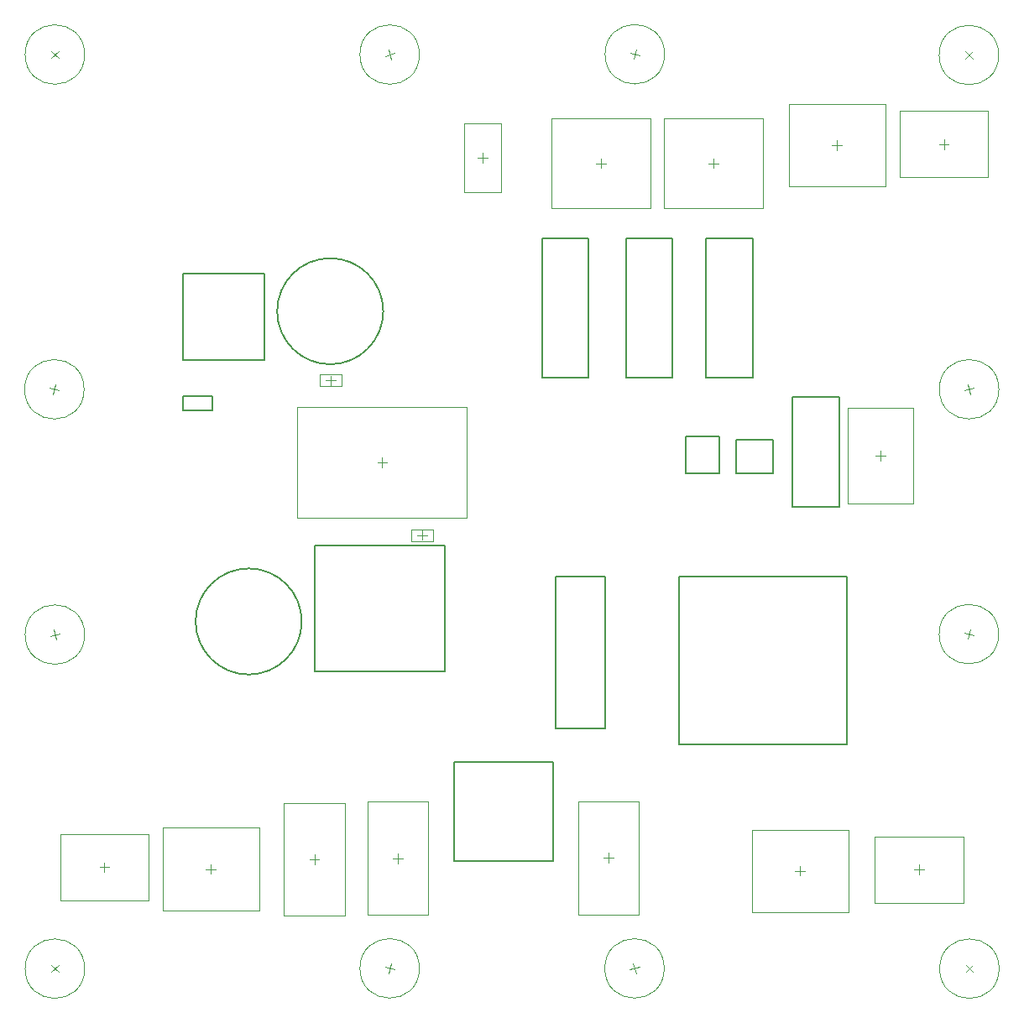
<source format=gbr>
G04*
G04 #@! TF.GenerationSoftware,Altium Limited,Altium Designer,25.5.2 (35)*
G04*
G04 Layer_Color=32768*
%FSLAX25Y25*%
%MOIN*%
G70*
G04*
G04 #@! TF.SameCoordinates,5858FFA7-226C-4CE8-8668-B70CF27CC624*
G04*
G04*
G04 #@! TF.FilePolarity,Positive*
G04*
G01*
G75*
%ADD15C,0.00787*%
%ADD114C,0.00394*%
%ADD116C,0.00197*%
D15*
X113287Y153248D02*
G03*
X71161Y153248I-21063J0D01*
G01*
D02*
G03*
X113287Y153248I21063J0D01*
G01*
X124606Y255413D02*
G03*
X124606Y297539I0J21063D01*
G01*
D02*
G03*
X124606Y255413I0J-21063D01*
G01*
X213976Y110827D02*
Y171063D01*
X233858D01*
Y110827D02*
Y171063D01*
X213976Y110827D02*
X233858D01*
X263189Y171063D02*
X329724D01*
Y104528D02*
Y171063D01*
X263189Y104528D02*
X329724D01*
X263189D02*
Y171063D01*
X208760Y250000D02*
Y305512D01*
X227264D01*
Y250000D02*
Y305512D01*
X208760Y250000D02*
X227264D01*
X273819D02*
Y305512D01*
X292323D01*
Y250000D02*
Y305512D01*
X273819Y250000D02*
X292323D01*
X242028D02*
Y305512D01*
X260532D01*
Y250000D02*
Y305512D01*
X242028Y250000D02*
X260532D01*
X308189Y242480D02*
X326890D01*
Y198780D02*
Y242480D01*
X308189Y198780D02*
X326890D01*
X308189D02*
Y242480D01*
X66027Y236992D02*
X77674D01*
X66027D02*
Y242733D01*
X77674D01*
Y236992D02*
Y242733D01*
X98327Y257185D02*
Y291437D01*
X66043Y257185D02*
X98327D01*
X66043D02*
Y291437D01*
X98327D01*
X118602Y133268D02*
Y183268D01*
Y133268D02*
X170177D01*
Y183268D01*
X118602D02*
X170177D01*
X285815Y212096D02*
Y225482D01*
Y212096D02*
X300406D01*
Y225482D01*
X285815D02*
X300406D01*
X265748Y212096D02*
X279134D01*
Y226687D01*
X265748D02*
X279134D01*
X265748Y212096D02*
Y226687D01*
X173957Y58012D02*
Y97303D01*
Y58012D02*
X213248D01*
Y97303D01*
X173957D02*
X213248D01*
D114*
X183071Y337402D02*
X187008D01*
X185039Y335433D02*
Y339370D01*
X232185Y333268D02*
Y337205D01*
X230217Y335236D02*
X234154D01*
X274902D02*
X278839D01*
X276870Y333268D02*
Y337205D01*
X358563Y52756D02*
Y56693D01*
X356594Y54724D02*
X360531D01*
X323917Y342520D02*
X327854D01*
X325886Y340551D02*
Y344488D01*
X309252Y54232D02*
X313189D01*
X311220Y52264D02*
Y56201D01*
X77165Y52953D02*
Y56890D01*
X75197Y54921D02*
X79134D01*
X377053Y13962D02*
X379837Y16746D01*
X377053D02*
X379837Y13962D01*
X377739Y146327D02*
X378758Y150130D01*
X376347Y148738D02*
X380149Y147719D01*
X377837Y247374D02*
X378856Y243571D01*
X376445Y244963D02*
X380248Y245982D01*
X146320Y15977D02*
X150123Y14958D01*
X147712Y13566D02*
X148731Y17369D01*
X243564Y14929D02*
X247367Y15948D01*
X244956Y17340D02*
X245975Y13537D01*
X13872Y16738D02*
X16656Y13955D01*
X13872D02*
X16656Y16738D01*
X145276Y214370D02*
Y218307D01*
X143307Y216339D02*
X147244D01*
X161122Y185630D02*
Y189370D01*
X159252Y187500D02*
X162992D01*
X124803Y247146D02*
Y250886D01*
X122933Y249016D02*
X126673D01*
X376856Y376856D02*
X379640Y379640D01*
X376856Y379640D02*
X379640Y376856D01*
X245055Y376656D02*
X246074Y380459D01*
X243663Y379067D02*
X247465Y378048D01*
X147712Y380332D02*
X148731Y376529D01*
X146320Y377921D02*
X150123Y378940D01*
X13864Y379837D02*
X16648Y377053D01*
X13864D02*
X16648Y379837D01*
X13158Y245982D02*
X16960Y244963D01*
X14550Y243571D02*
X15569Y247374D01*
X13354Y147522D02*
X17157Y148541D01*
X14746Y149933D02*
X15765Y146130D01*
X151378Y57185D02*
Y61122D01*
X149409Y59154D02*
X153346D01*
X118307Y56791D02*
Y60728D01*
X116339Y58760D02*
X120276D01*
X341142Y219094D02*
X345079D01*
X343110Y217126D02*
Y221063D01*
X32972Y55610D02*
X36909D01*
X34941Y53642D02*
Y57579D01*
X366339Y342815D02*
X370276D01*
X368307Y340846D02*
Y344783D01*
X235039Y57382D02*
Y61319D01*
X233071Y59350D02*
X237008D01*
D116*
X390256Y15354D02*
G03*
X390256Y15354I-11811J0D01*
G01*
X390059Y148228D02*
G03*
X390059Y148228I-11811J0D01*
G01*
X390158Y245472D02*
G03*
X390158Y245472I-11811J0D01*
G01*
X160033Y15467D02*
G03*
X160033Y15467I-11811J0D01*
G01*
X257277Y15438D02*
G03*
X257277Y15438I-11811J0D01*
G01*
X27075Y15347D02*
G03*
X27075Y15347I-11811J0D01*
G01*
X390059Y378248D02*
G03*
X390059Y378248I-11811J0D01*
G01*
X257375Y378558D02*
G03*
X257375Y378558I-11811J0D01*
G01*
X160033Y378430D02*
G03*
X160033Y378430I-11811J0D01*
G01*
X27067Y378445D02*
G03*
X27067Y378445I-11811J0D01*
G01*
X26870Y245472D02*
G03*
X26870Y245472I-11811J0D01*
G01*
X27067Y148031D02*
G03*
X27067Y148031I-11811J0D01*
G01*
X177756Y323819D02*
Y350984D01*
X192323Y323819D02*
Y350984D01*
X177756Y323819D02*
X192323D01*
X177756Y350984D02*
X192323D01*
X212500Y317520D02*
X251870D01*
X212500Y352953D02*
X251870D01*
Y317520D02*
Y352953D01*
X212500Y317520D02*
Y352953D01*
X257185Y317520D02*
Y352953D01*
X296555Y317520D02*
Y352953D01*
X257185D02*
X296555D01*
X257185Y317520D02*
X296555D01*
X376181Y41535D02*
Y67913D01*
X340945D02*
X376181D01*
X340945Y41535D02*
Y67913D01*
Y41535D02*
X376181D01*
X345079Y326181D02*
Y358858D01*
X306693Y326181D02*
Y358858D01*
X345079D01*
X306693Y326181D02*
X345079D01*
X292028Y37894D02*
Y70571D01*
X330413Y37894D02*
Y70571D01*
X292028Y37894D02*
X330413D01*
X292028Y70571D02*
X330413D01*
X57972Y71260D02*
X96358D01*
X57972Y38583D02*
X96358D01*
Y71260D01*
X57972Y38583D02*
Y71260D01*
X111614Y194390D02*
X178937D01*
X111614Y238287D02*
X178937D01*
Y194390D02*
Y238287D01*
X111614Y194390D02*
Y238287D01*
X156791Y189862D02*
X165453D01*
X156791Y185138D02*
X165453D01*
X156791D02*
Y189862D01*
X165453Y185138D02*
Y189862D01*
X120472Y251378D02*
X129134D01*
X120472Y246654D02*
X129134D01*
X120472D02*
Y251378D01*
X129134Y246654D02*
Y251378D01*
X139370Y81594D02*
X163386D01*
X139370Y36713D02*
X163386D01*
X139370D02*
Y81594D01*
X163386Y36713D02*
Y81594D01*
X106299Y36319D02*
X130315D01*
X106299Y81201D02*
X130315D01*
Y36319D02*
Y81201D01*
X106299Y36319D02*
Y81201D01*
X356102Y199941D02*
Y238248D01*
X330118D02*
X356102D01*
X330118Y199941D02*
Y238248D01*
Y199941D02*
X356102D01*
X17323Y42421D02*
X52559D01*
X17323D02*
Y68799D01*
X52559D01*
Y42421D02*
Y68799D01*
X350689Y356004D02*
X385925D01*
Y329626D02*
Y356004D01*
X350689Y329626D02*
X385925D01*
X350689D02*
Y356004D01*
X223032Y36909D02*
X247047D01*
X223032Y81791D02*
X247047D01*
Y36909D02*
Y81791D01*
X223032Y36909D02*
Y81791D01*
M02*

</source>
